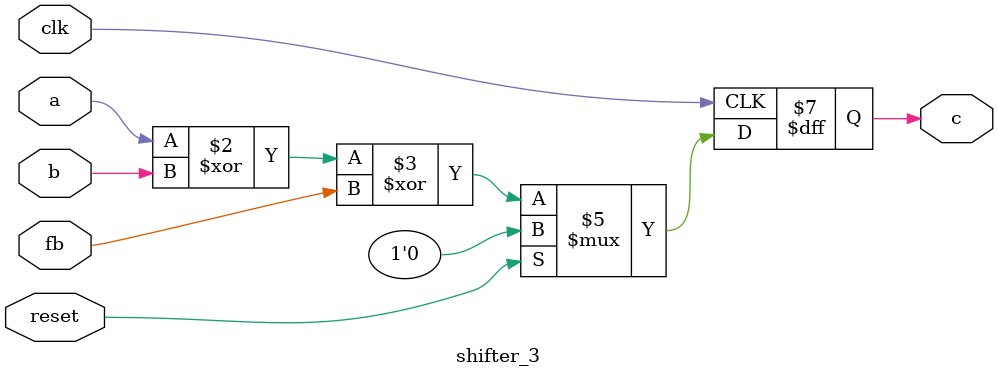
<source format=v>
`timescale 1ns / 1ps
module MISR_golden_sign(
    input clk,
	 input reset,
	 output reg[73:0] MISR
    );
	
	wire [7:0]sum;
   wire cout;
	wire [7:0]sub;
	wire borrow;
	wire [15:0] mul;
	wire [7:0] out_xor;
	wire [7:0] out_xnor;
	wire [7:0] out_NAND;
	wire [7:0] out_LL;
	wire [7:0] out_LR;
	
	
	CUT_ALU misr_in(.clk(clk),.reset(reset),
	         .sum(sum),
				.cout(cout),
				.sub(sub),
				.borrow(borrow),				
				.mul(mul),
				.out_xor(out_xor),
				.out_xnor(out_xnor),
				.out_NAND(out_NAND),
				.out_LL(out_LL),
				.out_LR(out_LR)
				);
				
				wire [73:0] MISR_in;
				assign MISR_in={sum,cout,sub,borrow,mul,out_xor,out_xnor,out_NAND,out_LL,out_LR};
				
		
	  initial MISR=74'd0;
	  
	  wire [73:0] w1;
	  //assign w1=74'd0;
	  shifter_2 s0(.a(MISR_in[0]),.b(w1[73]),.c(w1[0]),.clk(clk),.reset(reset));
	  
	  genvar i;
	  generate
	  for(i=1;i<=73;i=i+1) begin: gen_loop
	          if(i==69||i==70||i==73) begin:fb_loop
				 shifter_3 s3(.a(MISR_in[i]),.b(w1[i-1]),.fb(w1[73]),.c(w1[i]),.clk(clk),.reset(reset));
				 end
	         else begin:norm_loop
	           shifter_2 s1(.a(MISR_in[i]),.b(w1[i-1]),.c(w1[i]),.clk(clk),.reset(reset));
				  end
	  end
	  endgenerate
	  
	  
	  always@(posedge clk)begin
			  if(reset)
			  MISR<=74'd0;
			  else 
			  MISR<=w1;
			end
			
			
	  
endmodule

module shifter_2(
    input a,
	 input b,
	 input clk,
	 input reset,
	 output reg c
	 );
	 
	 always@(posedge clk)begin
	 if(reset)
	    c<=1'b0;
		 else
	 c<=a^b;
	 end
	 
endmodule

module shifter_3(
    input a,
	 input b,
	 input fb,
	 input reset,
	 input clk,
	 output reg c
	 );
	 
	 always@(posedge clk)begin
	 if(reset)
	    c<=1'b0;
		 else
	 c<=a^b^fb;
	 end
	 
endmodule

</source>
